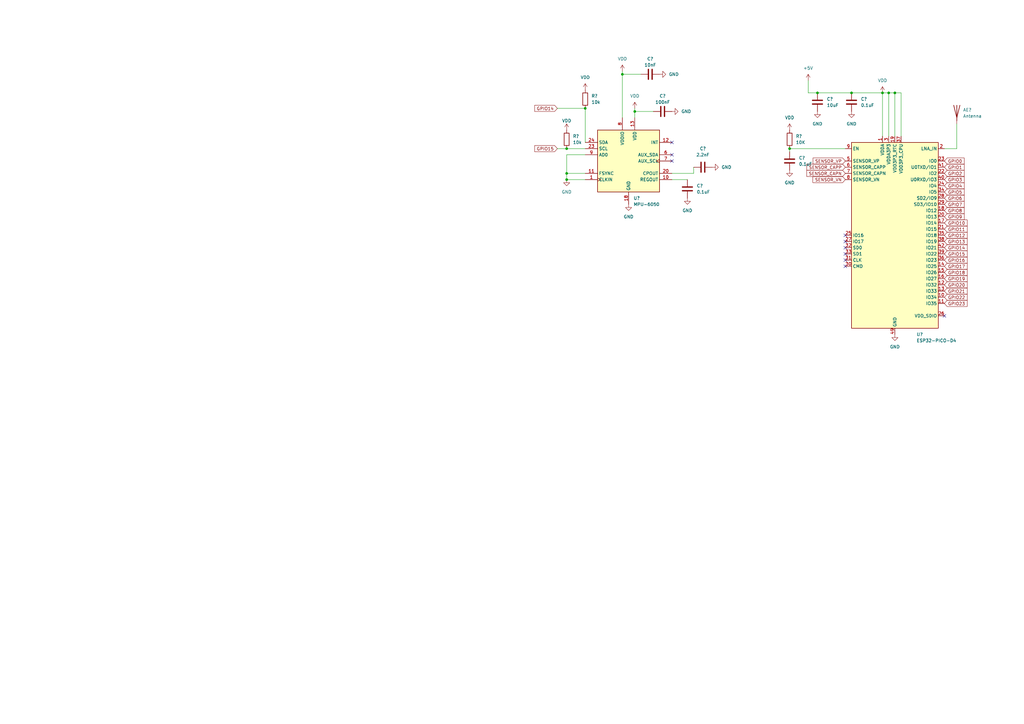
<source format=kicad_sch>
(kicad_sch (version 20211123) (generator eeschema)
  (paper "A3")
  (lib_symbols
    (symbol "Device:Antenna" (pin_numbers hide) (pin_names (offset 1.016) hide)
      (property "Reference" "AE" (at -1.905 1.905 0))
      (property "Value" "Antenna" (at -1.905 0 0))
      (symbol "Antenna_0_1"
        (polyline (pts (xy 0 2.54) (xy 0 -3.81)) (stroke (width 0.254)))
        (polyline (pts (xy 1.27 2.54) (xy 0 -2.54) (xy -1.27 2.54)) (stroke (width 0.254)))
      )
      (symbol "Antenna_1_1"
        (pin input line (at 0 -5.08 90) (length 2.54) (name "A") (number "1"))
      )
    )
    (symbol "Device:C" (pin_numbers hide) (pin_names (offset 0.254))
      (property "Reference" "C" (at 0.635 2.54 0))
      (property "Value" "C" (at 0.635 -2.54 0))
      (symbol "C_0_1"
        (polyline (pts (xy -2.032 -0.762) (xy 2.032 -0.762)) (stroke (width 0.508)))
        (polyline (pts (xy -2.032 0.762) (xy 2.032 0.762)) (stroke (width 0.508)))
      )
      (symbol "C_1_1"
        (pin passive line (at 0 3.81 270) (length 2.794) (name "~") (number "1"))
        (pin passive line (at 0 -3.81 90) (length 2.794) (name "~") (number "2"))
      )
    )
    (symbol "Device:R" (pin_numbers hide) (pin_names (offset 0))
      (property "Reference" "R" (at 2.032 0 90))
      (property "Value" "R" (at 0 0 90))
      (symbol "R_0_1"
        (rectangle (start -1.016 -2.54) (end 1.016 2.54) (stroke (width 0.254)))
      )
      (symbol "R_1_1"
        (pin passive line (at 0 3.81 270) (length 1.27) (name "~") (number "1"))
        (pin passive line (at 0 -3.81 90) (length 1.27) (name "~") (number "2"))
      )
    )
    (symbol "RF_Module:ESP32-PICO-D4"
      (property "Reference" "U" (at -17.78 39.37 0))
      (property "Value" "ESP32-PICO-D4" (at 3.81 39.37 0))
      (symbol "ESP32-PICO-D4_0_0"
        (pin power_in line (at -5.08 40.64 270) (length 2.54) (name "VDDA") (number "1"))
        (pin input line (at 20.32 -25.4 180) (length 2.54) (name "IO34") (number "10"))
        (pin input line (at 20.32 -27.94 180) (length 2.54) (name "IO35") (number "11"))
        (pin bidirectional line (at 20.32 -20.32 180) (length 2.54) (name "IO32") (number "12"))
        (pin bidirectional line (at 20.32 -22.86 180) (length 2.54) (name "IO33") (number "13"))
        (pin bidirectional line (at 20.32 -12.7 180) (length 2.54) (name "IO25") (number "14"))
        (pin bidirectional line (at 20.32 -15.24 180) (length 2.54) (name "IO26") (number "15"))
        (pin bidirectional line (at 20.32 -17.78 180) (length 2.54) (name "IO27") (number "16"))
        (pin bidirectional line (at 20.32 5.08 180) (length 2.54) (name "IO14") (number "17"))
        (pin bidirectional line (at 20.32 10.16 180) (length 2.54) (name "IO12") (number "18"))
        (pin power_in line (at 0 40.64 270) (length 2.54) (name "VDD3P3_RTC") (number "19"))
        (pin bidirectional line (at 20.32 35.56 180) (length 2.54) (name "LNA_IN") (number "2"))
        (pin bidirectional line (at 20.32 7.62 180) (length 2.54) (name "IO13") (number "20"))
        (pin bidirectional line (at 20.32 2.54 180) (length 2.54) (name "IO15") (number "21"))
        (pin bidirectional line (at 20.32 25.4 180) (length 2.54) (name "IO2") (number "22"))
        (pin bidirectional line (at 20.32 30.48 180) (length 2.54) (name "IO0") (number "23"))
        (pin bidirectional line (at 20.32 20.32 180) (length 2.54) (name "IO4") (number "24"))
        (pin bidirectional line (at -20.32 0 0) (length 2.54) (name "IO16") (number "25"))
        (pin power_out line (at 20.32 -33.02 180) (length 2.54) (name "VDD_SDIO") (number "26"))
        (pin bidirectional line (at -20.32 -2.54 0) (length 2.54) (name "IO17") (number "27"))
        (pin bidirectional line (at 20.32 15.24 180) (length 2.54) (name "SD2/IO9") (number "28"))
        (pin bidirectional line (at 20.32 12.7 180) (length 2.54) (name "SD3/IO10") (number "29"))
        (pin power_in line (at -2.54 40.64 270) (length 2.54) (name "VDDA3P3") (number "3"))
        (pin bidirectional line (at -20.32 -12.7 0) (length 2.54) (name "CMD") (number "30"))
        (pin bidirectional line (at -20.32 -10.16 0) (length 2.54) (name "CLK") (number "31"))
        (pin bidirectional line (at -20.32 -5.08 0) (length 2.54) (name "SD0") (number "32"))
        (pin bidirectional line (at -20.32 -7.62 0) (length 2.54) (name "SD1") (number "33"))
        (pin bidirectional line (at 20.32 17.78 180) (length 2.54) (name "IO5") (number "34"))
        (pin bidirectional line (at 20.32 0 180) (length 2.54) (name "IO18") (number "35"))
        (pin bidirectional line (at 20.32 -10.16 180) (length 2.54) (name "IO23") (number "36"))
        (pin power_in line (at 2.54 40.64 270) (length 2.54) (name "VDD3P3_CPU") (number "37"))
        (pin bidirectional line (at 20.32 -2.54 180) (length 2.54) (name "IO19") (number "38"))
        (pin bidirectional line (at 20.32 -7.62 180) (length 2.54) (name "IO22") (number "39"))
        (pin passive line (at -2.54 40.64 270) (length 2.54) hide (name "VDDA3P3") (number "4"))
        (pin bidirectional line (at 20.32 22.86 180) (length 2.54) (name "U0RXD/IO3") (number "40"))
        (pin bidirectional line (at 20.32 27.94 180) (length 2.54) (name "U0TXD/IO1") (number "41"))
        (pin bidirectional line (at 20.32 -5.08 180) (length 2.54) (name "IO21") (number "42"))
        (pin passive line (at -5.08 40.64 270) (length 2.54) hide (name "VDDA") (number "43"))
        (pin no_connect line (at -17.78 -25.4 0) (length 2.54) hide (name "XTAL_N_NC") (number "44"))
        (pin no_connect line (at -17.78 -27.94 0) (length 2.54) hide (name "XTAL_P_NC") (number "45"))
        (pin passive line (at -5.08 40.64 270) (length 2.54) hide (name "VDDA") (number "46"))
        (pin no_connect line (at -17.78 -30.48 0) (length 2.54) hide (name "CAP2_NC") (number "47"))
        (pin no_connect line (at -17.78 -33.02 0) (length 2.54) hide (name "CAP1_NC") (number "48"))
        (pin power_in line (at 0 -40.64 90) (length 2.54) (name "GND") (number "49"))
        (pin input line (at -20.32 30.48 0) (length 2.54) (name "SENSOR_VP") (number "5"))
        (pin input line (at -20.32 27.94 0) (length 2.54) (name "SENSOR_CAPP") (number "6"))
        (pin input line (at -20.32 25.4 0) (length 2.54) (name "SENSOR_CAPN") (number "7"))
        (pin input line (at -20.32 22.86 0) (length 2.54) (name "SENSOR_VN") (number "8"))
        (pin input line (at -20.32 35.56 0) (length 2.54) (name "EN") (number "9"))
      )
      (symbol "ESP32-PICO-D4_0_1"
        (rectangle (start -17.78 38.1) (end 17.78 -38.1) (stroke (width 0.254)) (fill (type background)))
      )
    )
    (symbol "Sensor_Motion:MPU-6050"
      (property "Reference" "U" (at -11.43 13.97 0))
      (property "Value" "MPU-6050" (at 7.62 -13.97 0))
      (symbol "MPU-6050_0_1"
        (rectangle (start -12.7 12.7) (end 12.7 -12.7) (stroke (width 0.254)) (fill (type background)))
      )
      (symbol "MPU-6050_1_1"
        (pin input clock (at -17.78 -7.62 0) (length 5.08) (name "CLKIN") (number "1"))
        (pin passive line (at 17.78 -7.62 180) (length 5.08) (name "REGOUT") (number "10"))
        (pin input line (at -17.78 -5.08 0) (length 5.08) (name "FSYNC") (number "11"))
        (pin output line (at 17.78 7.62 180) (length 5.08) (name "INT") (number "12"))
        (pin power_in line (at 2.54 17.78 270) (length 5.08) (name "VDD") (number "13"))
        (pin power_in line (at 0 -17.78 90) (length 5.08) (name "GND") (number "18"))
        (pin passive line (at 17.78 -5.08 180) (length 5.08) (name "CPOUT") (number "20"))
        (pin input line (at -17.78 5.08 0) (length 5.08) (name "SCL") (number "23"))
        (pin bidirectional line (at -17.78 7.62 0) (length 5.08) (name "SDA") (number "24"))
        (pin bidirectional line (at 17.78 2.54 180) (length 5.08) (name "AUX_SDA") (number "6"))
        (pin output clock (at 17.78 0 180) (length 5.08) (name "AUX_SCL") (number "7"))
        (pin power_in line (at -2.54 17.78 270) (length 5.08) (name "VDDIO") (number "8"))
        (pin input line (at -17.78 2.54 0) (length 5.08) (name "AD0") (number "9"))
      )
    )
    (symbol "power:+5V" (power) (pin_names (offset 0))
      (property "Value" "+5V" (at 0 3.556 0))
      (symbol "+5V_0_1"
        (polyline (pts (xy -0.762 1.27) (xy 0 2.54)))
        (polyline (pts (xy 0 0) (xy 0 2.54)))
        (polyline (pts (xy 0 2.54) (xy 0.762 1.27)))
      )
      (symbol "+5V_1_1"
        (pin power_in line (at 0 0 90) (length 0) hide (name "+5V") (number "1"))
      )
    )
    (symbol "power:GND" (power) (pin_names (offset 0))
      (property "Value" "GND" (at 0 -3.81 0))
      (symbol "GND_0_1"
        (polyline (pts (xy 0 0) (xy 0 -1.27) (xy 1.27 -1.27) (xy 0 -2.54) (xy -1.27 -1.27) (xy 0 -1.27)))
      )
      (symbol "GND_1_1"
        (pin power_in line (at 0 0 270) (length 0) hide (name "GND") (number "1"))
      )
    )
    (symbol "power:VDD" (power) (pin_names (offset 0))
      (property "Value" "VDD" (at 0 3.81 0))
      (symbol "VDD_0_1"
        (polyline (pts (xy -0.762 1.27) (xy 0 2.54)))
        (polyline (pts (xy 0 0) (xy 0 2.54)))
        (polyline (pts (xy 0 2.54) (xy 0.762 1.27)))
      )
      (symbol "VDD_1_1"
        (pin power_in line (at 0 0 90) (length 0) hide (name "VDD") (number "1"))
      )
    )
  )
  (junction (at 255.27 30.48))
  (junction (at 232.41 71.12))
  (junction (at 364.49 38.1))
  (junction (at 323.85 60.96))
  (junction (at 232.41 60.96))
  (junction (at 361.95 38.1))
  (junction (at 335.28 38.1))
  (junction (at 367.03 38.1))
  (junction (at 260.35 45.72))
  (junction (at 240.03 44.45))
  (junction (at 232.41 73.66))
  (junction (at 349.25 38.1))
  (no_connect (at 346.71 99.06))
  (no_connect (at 346.71 96.52))
  (no_connect (at 275.59 66.04))
  (no_connect (at 275.59 63.5))
  (no_connect (at 346.71 101.6))
  (no_connect (at 346.71 104.14))
  (no_connect (at 346.71 106.68))
  (no_connect (at 346.71 109.22))
  (no_connect (at 275.59 58.42))
  (no_connect (at 387.35 129.54))
  (wire (pts (xy 275.59 73.66) (xy 281.94 73.66)))
  (wire (pts (xy 228.6 60.96) (xy 232.41 60.96)))
  (wire (pts (xy 367.03 38.1) (xy 367.03 55.88)))
  (wire (pts (xy 240.03 63.5) (xy 232.41 63.5)))
  (wire (pts (xy 323.85 60.96) (xy 346.71 60.96)))
  (wire (pts (xy 232.41 60.96) (xy 240.03 60.96)))
  (wire (pts (xy 255.27 30.48) (xy 255.27 48.26)))
  (wire (pts (xy 364.49 38.1) (xy 364.49 55.88)))
  (wire (pts (xy 275.59 71.12) (xy 284.48 71.12)))
  (wire (pts (xy 364.49 38.1) (xy 367.03 38.1)))
  (wire (pts (xy 260.35 45.72) (xy 267.97 45.72)))
  (wire (pts (xy 323.85 60.96) (xy 323.85 62.23)))
  (wire (pts (xy 232.41 63.5) (xy 232.41 71.12)))
  (wire (pts (xy 232.41 71.12) (xy 240.03 71.12)))
  (wire (pts (xy 392.43 60.96) (xy 387.35 60.96)))
  (wire (pts (xy 369.57 38.1) (xy 367.03 38.1)))
  (wire (pts (xy 260.35 44.45) (xy 260.35 45.72)))
  (wire (pts (xy 240.03 44.45) (xy 240.03 58.42)))
  (wire (pts (xy 361.95 38.1) (xy 361.95 55.88)))
  (wire (pts (xy 232.41 73.66) (xy 240.03 73.66)))
  (wire (pts (xy 392.43 50.8) (xy 392.43 60.96)))
  (wire (pts (xy 255.27 29.21) (xy 255.27 30.48)))
  (wire (pts (xy 361.95 38.1) (xy 364.49 38.1)))
  (wire (pts (xy 349.25 38.1) (xy 361.95 38.1)))
  (wire (pts (xy 255.27 30.48) (xy 262.89 30.48)))
  (wire (pts (xy 331.47 38.1) (xy 335.28 38.1)))
  (wire (pts (xy 369.57 55.88) (xy 369.57 38.1)))
  (wire (pts (xy 335.28 38.1) (xy 349.25 38.1)))
  (wire (pts (xy 228.6 44.45) (xy 240.03 44.45)))
  (wire (pts (xy 331.47 33.02) (xy 331.47 38.1)))
  (wire (pts (xy 260.35 45.72) (xy 260.35 48.26)))
  (wire (pts (xy 284.48 71.12) (xy 284.48 68.58)))
  (wire (pts (xy 232.41 71.12) (xy 232.41 73.66)))
  (global_label "GPIO22" (shape input) (at 387.35 121.92 0) (property "Intersheet References" "${INTERSHEET_REFS}" (effects hide)))
  (global_label "GPIO18" (shape input) (at 387.35 111.76 0) (property "Intersheet References" "${INTERSHEET_REFS}" (effects hide)))
  (global_label "GPIO10" (shape input) (at 387.35 91.44 0) (property "Intersheet References" "${INTERSHEET_REFS}" (effects hide)))
  (global_label "GPIO7" (shape input) (at 387.35 83.82 0) (property "Intersheet References" "${INTERSHEET_REFS}" (effects hide)))
  (global_label "SENSOR_CAPP" (shape input) (at 346.71 68.58 180) (property "Intersheet References" "${INTERSHEET_REFS}" (effects hide)))
  (global_label "GPIO9" (shape input) (at 387.35 88.9 0) (property "Intersheet References" "${INTERSHEET_REFS}" (effects hide)))
  (global_label "GPIO3" (shape input) (at 387.35 73.66 0) (property "Intersheet References" "${INTERSHEET_REFS}" (effects hide)))
  (global_label "GPIO12" (shape input) (at 387.35 96.52 0) (property "Intersheet References" "${INTERSHEET_REFS}" (effects hide)))
  (global_label "GPIO17" (shape input) (at 387.35 109.22 0) (property "Intersheet References" "${INTERSHEET_REFS}" (effects hide)))
  (global_label "GPIO14" (shape input) (at 228.6 44.45 180) (property "Intersheet References" "${INTERSHEET_REFS}" (effects hide)))
  (global_label "GPIO23" (shape input) (at 387.35 124.46 0) (property "Intersheet References" "${INTERSHEET_REFS}" (effects hide)))
  (global_label "SENSOR_CAPN" (shape input) (at 346.71 71.12 180) (property "Intersheet References" "${INTERSHEET_REFS}" (effects hide)))
  (global_label "GPIO4" (shape input) (at 387.35 76.2 0) (property "Intersheet References" "${INTERSHEET_REFS}" (effects hide)))
  (global_label "GPIO6" (shape input) (at 387.35 81.28 0) (property "Intersheet References" "${INTERSHEET_REFS}" (effects hide)))
  (global_label "GPIO20" (shape input) (at 387.35 116.84 0) (property "Intersheet References" "${INTERSHEET_REFS}" (effects hide)))
  (global_label "SENSOR_VN" (shape input) (at 346.71 73.66 180) (property "Intersheet References" "${INTERSHEET_REFS}" (effects hide)))
  (global_label "GPIO5" (shape input) (at 387.35 78.74 0) (property "Intersheet References" "${INTERSHEET_REFS}" (effects hide)))
  (global_label "GPIO8" (shape input) (at 387.35 86.36 0) (property "Intersheet References" "${INTERSHEET_REFS}" (effects hide)))
  (global_label "GPIO15" (shape input) (at 228.6 60.96 180) (property "Intersheet References" "${INTERSHEET_REFS}" (effects hide)))
  (global_label "GPIO21" (shape input) (at 387.35 119.38 0) (property "Intersheet References" "${INTERSHEET_REFS}" (effects hide)))
  (global_label "GPIO15" (shape input) (at 387.35 104.14 0) (property "Intersheet References" "${INTERSHEET_REFS}" (effects hide)))
  (global_label "GPIO14" (shape input) (at 387.35 101.6 0) (property "Intersheet References" "${INTERSHEET_REFS}" (effects hide)))
  (global_label "GPIO2" (shape input) (at 387.35 71.12 0) (property "Intersheet References" "${INTERSHEET_REFS}" (effects hide)))
  (global_label "SENSOR_VP" (shape input) (at 346.71 66.04 180) (property "Intersheet References" "${INTERSHEET_REFS}" (effects hide)))
  (global_label "GPIO19" (shape input) (at 387.35 114.3 0) (property "Intersheet References" "${INTERSHEET_REFS}" (effects hide)))
  (global_label "GPIO0" (shape input) (at 387.35 66.04 0) (property "Intersheet References" "${INTERSHEET_REFS}" (effects hide)))
  (global_label "GPIO16" (shape input) (at 387.35 106.68 0) (property "Intersheet References" "${INTERSHEET_REFS}" (effects hide)))
  (global_label "GPIO13" (shape input) (at 387.35 99.06 0) (property "Intersheet References" "${INTERSHEET_REFS}" (effects hide)))
  (global_label "GPIO1" (shape input) (at 387.35 68.58 0) (property "Intersheet References" "${INTERSHEET_REFS}" (effects hide)))
  (global_label "GPIO11" (shape input) (at 387.35 93.98 0) (property "Intersheet References" "${INTERSHEET_REFS}" (effects hide)))
  (symbol (lib_id "Device:R") (at 323.85 57.15 0) (unit 1)
    (property "Reference" "R?" (at 326.39 55.8799 0) (effects (justify left)))
    (property "Value" "10K" (at 326.39 58.4199 0) (effects (justify left)))
  )
  (symbol (lib_id "power:GND") (at 292.1 68.58 90) (unit 1)
    (property "Reference" "#PWR?" (effects hide))
    (property "Value" "GND" (at 295.91 68.5799 90) (effects (justify right)))
  )
  (symbol (lib_id "power:GND") (at 367.03 137.16 0) (unit 1)
    (property "Reference" "#PWR?" (effects hide))
    (property "Value" "GND" (at 367.03 142.24 0))
  )
  (symbol (lib_id "power:GND") (at 323.85 69.85 0) (unit 1)
    (property "Reference" "#PWR?" (effects hide))
    (property "Value" "GND" (at 323.85 74.93 0))
  )
  (symbol (lib_id "power:VDD") (at 255.27 29.21 0) (unit 1)
    (property "Reference" "#PWR?" (effects hide))
    (property "Value" "VDD" (at 255.27 24.13 0))
  )
  (symbol (lib_id "Device:C") (at 266.7 30.48 270) (unit 1)
    (property "Reference" "C?" (at 266.7 24.13 90))
    (property "Value" "10nF" (at 266.7 26.67 90))
  )
  (symbol (lib_id "Device:Antenna") (at 392.43 45.72 0) (unit 1)
    (property "Reference" "AE?" (at 394.97 45.0849 0) (effects (justify left)))
    (property "Value" "Antenna" (at 394.97 47.6249 0) (effects (justify left)))
  )
  (symbol (lib_id "power:GND") (at 270.51 30.48 90) (unit 1)
    (property "Reference" "#PWR?" (effects hide))
    (property "Value" "GND" (at 274.32 30.4799 90) (effects (justify right)))
  )
  (symbol (lib_id "Device:R") (at 240.03 40.64 0) (unit 1)
    (property "Reference" "R?" (at 242.57 39.3699 0) (effects (justify left)))
    (property "Value" "10k" (at 242.57 41.9099 0) (effects (justify left)))
  )
  (symbol (lib_id "Device:C") (at 323.85 66.04 0) (unit 1)
    (property "Reference" "C?" (at 327.66 64.7699 0) (effects (justify left)))
    (property "Value" "0.1uF" (at 327.66 67.3099 0) (effects (justify left)))
  )
  (symbol (lib_id "power:GND") (at 257.81 83.82 0) (unit 1)
    (property "Reference" "#PWR?" (effects hide))
    (property "Value" "GND" (at 257.81 88.9 0))
  )
  (symbol (lib_id "power:GND") (at 232.41 73.66 0) (unit 1)
    (property "Reference" "#PWR?" (effects hide))
    (property "Value" "GND" (at 232.41 78.74 0))
  )
  (symbol (lib_id "power:GND") (at 335.28 45.72 0) (unit 1)
    (property "Reference" "#PWR?" (effects hide))
    (property "Value" "GND" (at 335.28 50.8 0))
  )
  (symbol (lib_id "RF_Module:ESP32-PICO-D4") (at 367.03 96.52 0) (unit 1)
    (property "Reference" "U?" (at 375.92 137.16 0) (effects (justify left)))
    (property "Value" "ESP32-PICO-D4" (at 375.92 139.7 0) (effects (justify left)))
    (property "Footprint" "Package_DFN_QFN:QFN-48-1EP_7x7mm_P0.5mm_EP5.3x5.3mm" (effects hide))
    (property "Datasheet" "https://www.espressif.com/sites/default/files/documentation/esp32-pico-d4_datasheet_en.pdf" (effects hide))
  )
  (symbol (lib_id "power:VDD") (at 361.95 38.1 0) (unit 1)
    (property "Reference" "#PWR?" (effects hide))
    (property "Value" "VDD" (at 361.95 33.02 0))
  )
  (symbol (lib_id "Device:C") (at 271.78 45.72 270) (unit 1)
    (property "Reference" "C?" (at 271.78 39.37 90))
    (property "Value" "100nF" (at 271.78 41.91 90))
  )
  (symbol (lib_id "Device:C") (at 335.28 41.91 0) (unit 1)
    (property "Reference" "C?" (at 339.09 40.6399 0) (effects (justify left)))
    (property "Value" "10uF" (at 339.09 43.1799 0) (effects (justify left)))
  )
  (symbol (lib_id "power:+5V") (at 331.47 33.02 0) (unit 1)
    (property "Reference" "#PWR?" (effects hide))
    (property "Value" "+5V" (at 331.47 27.94 0))
  )
  (symbol (lib_id "power:VDD") (at 240.03 36.83 0) (unit 1)
    (property "Reference" "#PWR?" (effects hide))
    (property "Value" "VDD" (at 240.03 31.75 0))
  )
  (symbol (lib_id "power:VDD") (at 232.41 53.34 0) (unit 1)
    (property "Reference" "#PWR?" (effects hide))
    (property "Value" "VDD" (at 232.41 49.53 0))
  )
  (symbol (lib_id "power:GND") (at 275.59 45.72 90) (unit 1)
    (property "Reference" "#PWR?" (effects hide))
    (property "Value" "GND" (at 279.4 45.7199 90) (effects (justify right)))
  )
  (symbol (lib_id "Device:R") (at 232.41 57.15 0) (unit 1)
    (property "Reference" "R?" (at 234.95 55.8799 0) (effects (justify left)))
    (property "Value" "10k" (at 234.95 58.4199 0) (effects (justify left)))
  )
  (symbol (lib_id "Device:C") (at 349.25 41.91 0) (unit 1)
    (property "Reference" "C?" (at 353.06 40.6399 0) (effects (justify left)))
    (property "Value" "0.1uF" (at 353.06 43.1799 0) (effects (justify left)))
  )
  (symbol (lib_id "Sensor_Motion:MPU-6050") (at 257.81 66.04 0) (unit 1)
    (property "Reference" "U?" (at 259.8294 81.28 0) (effects (justify left)))
    (property "Value" "MPU-6050" (at 259.8294 83.82 0) (effects (justify left)))
    (property "Footprint" "Sensor_Motion:InvenSense_QFN-24_4x4mm_P0.5mm" (effects hide))
    (property "Datasheet" "https://store.invensense.com/datasheets/invensense/MPU-6050_DataSheet_V3%204.pdf" (effects hide))
  )
  (symbol (lib_id "power:VDD") (at 260.35 44.45 0) (unit 1)
    (property "Reference" "#PWR?" (effects hide))
    (property "Value" "VDD" (at 260.35 39.37 0))
  )
  (symbol (lib_id "Device:C") (at 281.94 77.47 0) (unit 1)
    (property "Reference" "C?" (at 285.75 76.1999 0) (effects (justify left)))
    (property "Value" "0.1uF" (at 285.75 78.7399 0) (effects (justify left)))
  )
  (symbol (lib_id "Device:C") (at 288.29 68.58 270) (unit 1)
    (property "Reference" "C?" (at 288.29 60.96 90))
    (property "Value" "2.2nF" (at 288.29 63.5 90))
  )
  (symbol (lib_id "power:GND") (at 349.25 45.72 0) (unit 1)
    (property "Reference" "#PWR?" (effects hide))
    (property "Value" "GND" (at 349.25 50.8 0))
  )
  (symbol (lib_id "power:GND") (at 281.94 81.28 0) (unit 1)
    (property "Reference" "#PWR?" (effects hide))
    (property "Value" "GND" (at 281.94 86.36 0))
  )
  (symbol (lib_id "power:VDD") (at 323.85 53.34 0) (unit 1)
    (property "Reference" "#PWR?" (effects hide))
    (property "Value" "VDD" (at 323.85 48.26 0))
  )
)
</source>
